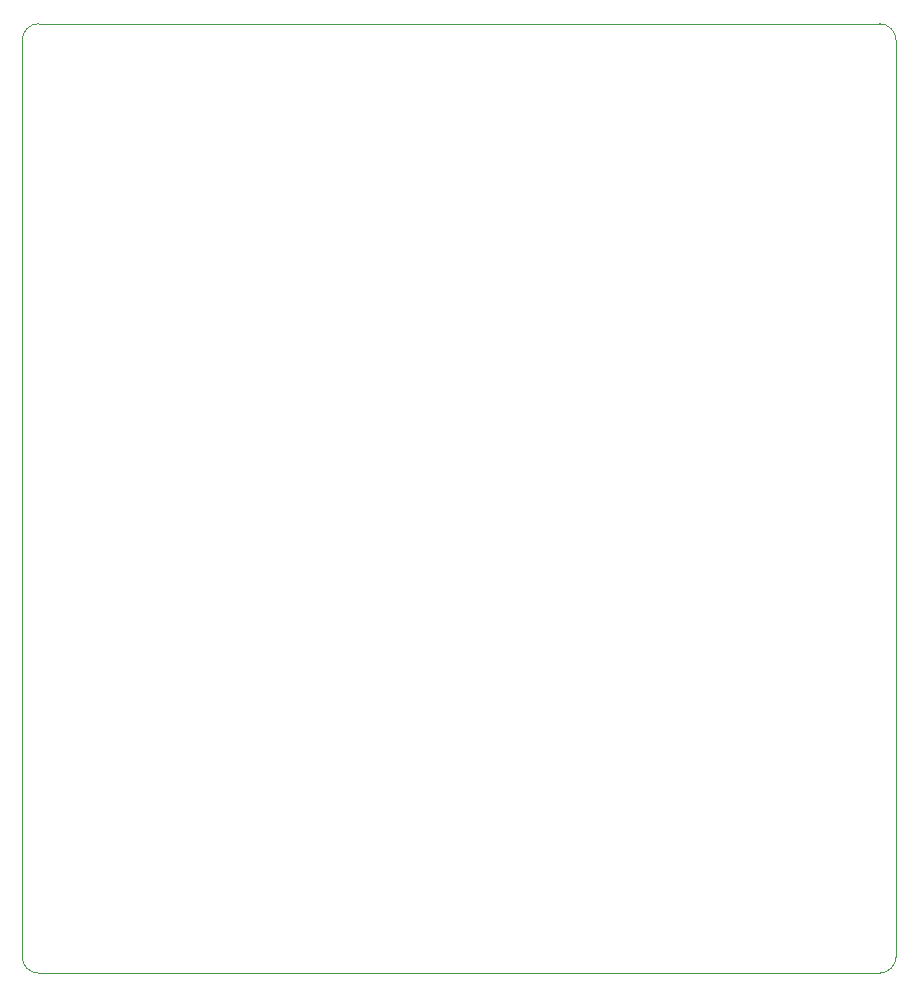
<source format=gbr>
%TF.GenerationSoftware,Altium Limited,Altium Designer,20.1.12 (249)*%
G04 Layer_Color=0*
%FSLAX26Y26*%
%MOIN*%
%TF.SameCoordinates,D75832AC-A100-412D-90FB-EBA7F01B91C8*%
%TF.FilePolarity,Positive*%
%TF.FileFunction,Profile,NP*%
%TF.Part,Single*%
G01*
G75*
%TA.AperFunction,Profile*%
%ADD30C,0.001000*%
D30*
X59912Y4794D02*
G02*
X4794Y59912I0J55118D01*
G01*
X5000D01*
X4921Y3114173D01*
X5000D01*
D02*
G02*
X60155Y3169328I55155J0D01*
G01*
X60196Y3169291D01*
X2863054D01*
X2863320Y3169160D01*
D02*
G02*
X2918307Y3114173I0J-54987D01*
G01*
X2918544Y3115157D01*
X2918542Y59055D01*
X2918542Y60414D01*
D02*
G02*
X2863108Y4980I-55435J0D01*
G01*
X2863189Y5000D01*
X59912Y4794D01*
%TF.MD5,e4a605392b92c744fa2694519f346c34*%
M02*

</source>
